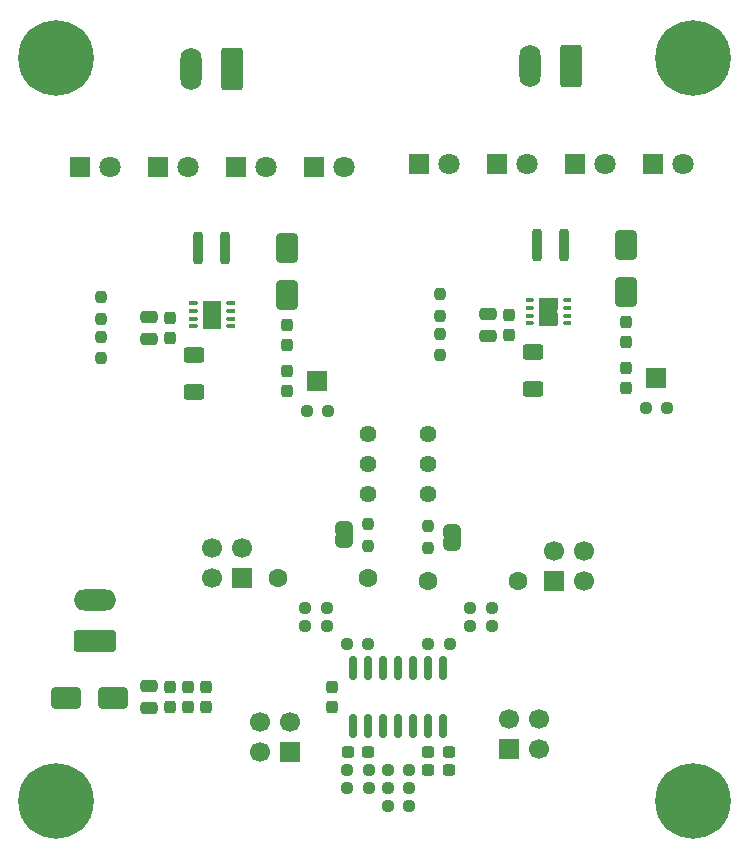
<source format=gbr>
%TF.GenerationSoftware,KiCad,Pcbnew,9.0.6*%
%TF.CreationDate,2026-01-06T23:31:54+01:00*%
%TF.ProjectId,uMule_transmiter,754d756c-655f-4747-9261-6e736d697465,rev?*%
%TF.SameCoordinates,Original*%
%TF.FileFunction,Soldermask,Top*%
%TF.FilePolarity,Negative*%
%FSLAX46Y46*%
G04 Gerber Fmt 4.6, Leading zero omitted, Abs format (unit mm)*
G04 Created by KiCad (PCBNEW 9.0.6) date 2026-01-06 23:31:54*
%MOMM*%
%LPD*%
G01*
G04 APERTURE LIST*
G04 Aperture macros list*
%AMRoundRect*
0 Rectangle with rounded corners*
0 $1 Rounding radius*
0 $2 $3 $4 $5 $6 $7 $8 $9 X,Y pos of 4 corners*
0 Add a 4 corners polygon primitive as box body*
4,1,4,$2,$3,$4,$5,$6,$7,$8,$9,$2,$3,0*
0 Add four circle primitives for the rounded corners*
1,1,$1+$1,$2,$3*
1,1,$1+$1,$4,$5*
1,1,$1+$1,$6,$7*
1,1,$1+$1,$8,$9*
0 Add four rect primitives between the rounded corners*
20,1,$1+$1,$2,$3,$4,$5,0*
20,1,$1+$1,$4,$5,$6,$7,0*
20,1,$1+$1,$6,$7,$8,$9,0*
20,1,$1+$1,$8,$9,$2,$3,0*%
%AMFreePoly0*
4,1,23,0.500000,-0.750000,0.000000,-0.750000,0.000000,-0.745722,-0.065263,-0.745722,-0.191342,-0.711940,-0.304381,-0.646677,-0.396677,-0.554381,-0.461940,-0.441342,-0.495722,-0.315263,-0.495722,-0.250000,-0.500000,-0.250000,-0.500000,0.250000,-0.495722,0.250000,-0.495722,0.315263,-0.461940,0.441342,-0.396677,0.554381,-0.304381,0.646677,-0.191342,0.711940,-0.065263,0.745722,0.000000,0.745722,
0.000000,0.750000,0.500000,0.750000,0.500000,-0.750000,0.500000,-0.750000,$1*%
%AMFreePoly1*
4,1,23,0.000000,0.745722,0.065263,0.745722,0.191342,0.711940,0.304381,0.646677,0.396677,0.554381,0.461940,0.441342,0.495722,0.315263,0.495722,0.250000,0.500000,0.250000,0.500000,-0.250000,0.495722,-0.250000,0.495722,-0.315263,0.461940,-0.441342,0.396677,-0.554381,0.304381,-0.646677,0.191342,-0.711940,0.065263,-0.745722,0.000000,-0.745722,0.000000,-0.750000,-0.500000,-0.750000,
-0.500000,0.750000,0.000000,0.750000,0.000000,0.745722,0.000000,0.745722,$1*%
G04 Aperture macros list end*
%ADD10RoundRect,0.237500X-0.237500X0.300000X-0.237500X-0.300000X0.237500X-0.300000X0.237500X0.300000X0*%
%ADD11RoundRect,0.237500X0.250000X0.237500X-0.250000X0.237500X-0.250000X-0.237500X0.250000X-0.237500X0*%
%ADD12RoundRect,0.237500X-0.250000X-0.237500X0.250000X-0.237500X0.250000X0.237500X-0.250000X0.237500X0*%
%ADD13RoundRect,0.250000X1.550000X-0.650000X1.550000X0.650000X-1.550000X0.650000X-1.550000X-0.650000X0*%
%ADD14O,3.600000X1.800000*%
%ADD15RoundRect,0.237500X-0.237500X0.250000X-0.237500X-0.250000X0.237500X-0.250000X0.237500X0.250000X0*%
%ADD16RoundRect,0.250000X-0.625000X0.400000X-0.625000X-0.400000X0.625000X-0.400000X0.625000X0.400000X0*%
%ADD17C,0.800000*%
%ADD18C,6.400000*%
%ADD19C,1.440000*%
%ADD20R,1.700000X1.700000*%
%ADD21C,1.700000*%
%ADD22RoundRect,0.150000X0.150000X-0.825000X0.150000X0.825000X-0.150000X0.825000X-0.150000X-0.825000X0*%
%ADD23R,1.800000X1.800000*%
%ADD24C,1.800000*%
%ADD25RoundRect,0.237500X0.237500X-0.300000X0.237500X0.300000X-0.237500X0.300000X-0.237500X-0.300000X0*%
%ADD26RoundRect,0.237500X0.300000X0.237500X-0.300000X0.237500X-0.300000X-0.237500X0.300000X-0.237500X0*%
%ADD27RoundRect,0.250000X0.650000X-1.000000X0.650000X1.000000X-0.650000X1.000000X-0.650000X-1.000000X0*%
%ADD28C,1.600000*%
%ADD29RoundRect,0.250000X0.650000X1.550000X-0.650000X1.550000X-0.650000X-1.550000X0.650000X-1.550000X0*%
%ADD30O,1.800000X3.600000*%
%ADD31RoundRect,0.200000X-0.200000X-1.150000X0.200000X-1.150000X0.200000X1.150000X-0.200000X1.150000X0*%
%ADD32RoundRect,0.250000X1.000000X0.650000X-1.000000X0.650000X-1.000000X-0.650000X1.000000X-0.650000X0*%
%ADD33RoundRect,0.250000X-0.475000X0.250000X-0.475000X-0.250000X0.475000X-0.250000X0.475000X0.250000X0*%
%ADD34RoundRect,0.237500X-0.300000X-0.237500X0.300000X-0.237500X0.300000X0.237500X-0.300000X0.237500X0*%
%ADD35FreePoly0,270.000000*%
%ADD36FreePoly1,270.000000*%
%ADD37R,0.300000X0.400000*%
%ADD38O,0.650000X0.400000*%
%ADD39R,0.650000X1.000000*%
%ADD40R,1.650000X2.400000*%
%ADD41RoundRect,0.250000X0.475000X-0.250000X0.475000X0.250000X-0.475000X0.250000X-0.475000X-0.250000X0*%
G04 APERTURE END LIST*
%TO.C,JP2*%
G36*
X155690000Y-114800000D02*
G01*
X154190000Y-114800000D01*
X154190000Y-115100000D01*
X155690000Y-115100000D01*
X155690000Y-114800000D01*
G37*
%TO.C,JP1*%
G36*
X164834000Y-115015500D02*
G01*
X163334000Y-115015500D01*
X163334000Y-115315500D01*
X164834000Y-115315500D01*
X164834000Y-115015500D01*
G37*
%TD*%
D10*
%TO.C,C5*%
X150114000Y-97181500D03*
X150114000Y-98906500D03*
%TD*%
D11*
%TO.C,R14*%
X167433000Y-121158000D03*
X165608000Y-121158000D03*
%TD*%
D12*
%TO.C,R23*%
X151638000Y-121158000D03*
X153463000Y-121158000D03*
%TD*%
D11*
%TO.C,R12*%
X167433000Y-122682000D03*
X165608000Y-122682000D03*
%TD*%
D13*
%TO.C,J9*%
X133858000Y-123952000D03*
D14*
X133858000Y-120452000D03*
%TD*%
D15*
%TO.C,R11*%
X162052000Y-114253000D03*
X162052000Y-116078000D03*
%TD*%
%TO.C,R21*%
X156972000Y-114046000D03*
X156972000Y-115871000D03*
%TD*%
D16*
%TO.C,R4*%
X170942000Y-99516000D03*
X170942000Y-102616000D03*
%TD*%
D17*
%TO.C,H1*%
X128100000Y-74620000D03*
X128802944Y-72922944D03*
X128802944Y-76317056D03*
X130500000Y-72220000D03*
D18*
X130500000Y-74620000D03*
D17*
X130500000Y-77020000D03*
X132197056Y-72922944D03*
X132197056Y-76317056D03*
X132900000Y-74620000D03*
%TD*%
D15*
%TO.C,R2*%
X163068000Y-97940500D03*
X163068000Y-99765500D03*
%TD*%
D19*
%TO.C,RV2*%
X156972000Y-106426000D03*
X156972000Y-108966000D03*
X156972000Y-111506000D03*
%TD*%
D10*
%TO.C,C7*%
X140208000Y-96607500D03*
X140208000Y-98332500D03*
%TD*%
D20*
%TO.C,J7*%
X168910000Y-133096000D03*
D21*
X168910000Y-130556000D03*
X171450000Y-133096000D03*
X171450000Y-130556000D03*
%TD*%
D22*
%TO.C,U3*%
X155702000Y-131188000D03*
X156972000Y-131188000D03*
X158242000Y-131188000D03*
X159512000Y-131188000D03*
X160782000Y-131188000D03*
X162052000Y-131188000D03*
X163322000Y-131188000D03*
X163322000Y-126238000D03*
X162052000Y-126238000D03*
X160782000Y-126238000D03*
X159512000Y-126238000D03*
X158242000Y-126238000D03*
X156972000Y-126238000D03*
X155702000Y-126238000D03*
%TD*%
D23*
%TO.C,D10*%
X132588000Y-83820000D03*
D24*
X135128000Y-83820000D03*
%TD*%
D12*
%TO.C,R19*%
X155197000Y-134874000D03*
X157022000Y-134874000D03*
%TD*%
D25*
%TO.C,C14*%
X140208000Y-129540000D03*
X140208000Y-127815000D03*
%TD*%
D12*
%TO.C,R10*%
X162052000Y-124206000D03*
X163877000Y-124206000D03*
%TD*%
D11*
%TO.C,R13*%
X160424500Y-137922000D03*
X158599500Y-137922000D03*
%TD*%
D19*
%TO.C,RV1*%
X162052000Y-106426000D03*
X162052000Y-108966000D03*
X162052000Y-111506000D03*
%TD*%
D11*
%TO.C,R1*%
X182268500Y-104240500D03*
X180443500Y-104240500D03*
%TD*%
D10*
%TO.C,C1*%
X178816000Y-96927500D03*
X178816000Y-98652500D03*
%TD*%
D26*
%TO.C,C9*%
X156972000Y-133350000D03*
X155247000Y-133350000D03*
%TD*%
D27*
%TO.C,D1*%
X178816000Y-94424000D03*
X178816000Y-90424000D03*
%TD*%
D20*
%TO.C,J4*%
X152654000Y-101954500D03*
%TD*%
D28*
%TO.C,R16*%
X156972000Y-118618000D03*
X149352000Y-118618000D03*
%TD*%
D25*
%TO.C,C16*%
X143256000Y-129540000D03*
X143256000Y-127815000D03*
%TD*%
D17*
%TO.C,H3*%
X182069126Y-137479126D03*
X182772070Y-135782070D03*
X182772070Y-139176182D03*
X184469126Y-135079126D03*
D18*
X184469126Y-137479126D03*
D17*
X184469126Y-139879126D03*
X186166182Y-135782070D03*
X186166182Y-139176182D03*
X186869126Y-137479126D03*
%TD*%
D23*
%TO.C,D7*%
X152400000Y-83820000D03*
D24*
X154940000Y-83820000D03*
%TD*%
D12*
%TO.C,R20*%
X158599500Y-134874000D03*
X160424500Y-134874000D03*
%TD*%
%TO.C,R15*%
X158599500Y-136398000D03*
X160424500Y-136398000D03*
%TD*%
D15*
%TO.C,R6*%
X134366000Y-98194500D03*
X134366000Y-100019500D03*
%TD*%
D23*
%TO.C,D8*%
X145796000Y-83820000D03*
D24*
X148336000Y-83820000D03*
%TD*%
D12*
%TO.C,R22*%
X151638000Y-122682000D03*
X153463000Y-122682000D03*
%TD*%
D11*
%TO.C,R18*%
X156972000Y-124206000D03*
X155147000Y-124206000D03*
%TD*%
D29*
%TO.C,J3*%
X145422500Y-75557500D03*
D30*
X141922500Y-75557500D03*
%TD*%
D25*
%TO.C,C15*%
X141732000Y-129540000D03*
X141732000Y-127815000D03*
%TD*%
D31*
%TO.C,L1*%
X171242000Y-90424000D03*
X173542000Y-90424000D03*
%TD*%
D32*
%TO.C,D11*%
X135350000Y-128778000D03*
X131350000Y-128778000D03*
%TD*%
D25*
%TO.C,C4*%
X178816000Y-102563000D03*
X178816000Y-100838000D03*
%TD*%
D23*
%TO.C,D9*%
X139192000Y-83820000D03*
D24*
X141732000Y-83820000D03*
%TD*%
D31*
%TO.C,L2*%
X142540000Y-90678000D03*
X144840000Y-90678000D03*
%TD*%
D20*
%TO.C,J6*%
X172720000Y-118872000D03*
D21*
X172720000Y-116332000D03*
X175260000Y-118872000D03*
X175260000Y-116332000D03*
%TD*%
D33*
%TO.C,C2*%
X167132000Y-96266000D03*
X167132000Y-98166000D03*
%TD*%
D23*
%TO.C,D4*%
X167894000Y-83566000D03*
D24*
X170434000Y-83566000D03*
%TD*%
D15*
%TO.C,R3*%
X163068000Y-94591500D03*
X163068000Y-96416500D03*
%TD*%
D12*
%TO.C,R17*%
X155197000Y-136398000D03*
X157022000Y-136398000D03*
%TD*%
D23*
%TO.C,D2*%
X181102000Y-83566000D03*
D24*
X183642000Y-83566000D03*
%TD*%
D25*
%TO.C,C12*%
X153924000Y-129575500D03*
X153924000Y-127850500D03*
%TD*%
D34*
%TO.C,C10*%
X162052000Y-134874000D03*
X163777000Y-134874000D03*
%TD*%
D33*
%TO.C,C6*%
X138430000Y-96520000D03*
X138430000Y-98420000D03*
%TD*%
D35*
%TO.C,JP2*%
X154940000Y-114300000D03*
D36*
X154940000Y-115600000D03*
%TD*%
D23*
%TO.C,D3*%
X174498000Y-83566000D03*
D24*
X177038000Y-83566000D03*
%TD*%
D20*
%TO.C,J2*%
X181356000Y-101700500D03*
%TD*%
D10*
%TO.C,C3*%
X168910000Y-96353500D03*
X168910000Y-98078500D03*
%TD*%
D16*
%TO.C,R8*%
X142240000Y-99770000D03*
X142240000Y-102870000D03*
%TD*%
D34*
%TO.C,C11*%
X162052000Y-133350000D03*
X163777000Y-133350000D03*
%TD*%
D25*
%TO.C,C8*%
X150114000Y-102817000D03*
X150114000Y-101092000D03*
%TD*%
D11*
%TO.C,R5*%
X153566500Y-104494500D03*
X151741500Y-104494500D03*
%TD*%
D15*
%TO.C,R7*%
X134366000Y-94845500D03*
X134366000Y-96670500D03*
%TD*%
D37*
%TO.C,U2*%
X141988000Y-95362000D03*
D38*
X142188000Y-95362000D03*
D37*
X141988000Y-96012000D03*
D38*
X142188000Y-96012000D03*
D37*
X141988000Y-96662000D03*
D38*
X142188000Y-96662000D03*
D37*
X141988000Y-97312000D03*
D38*
X142188000Y-97312000D03*
X145288000Y-97312000D03*
D37*
X145488000Y-97312000D03*
D38*
X145288000Y-96662000D03*
D37*
X145488000Y-96662000D03*
D38*
X145288000Y-96012000D03*
D37*
X145488000Y-96012000D03*
D38*
X145288000Y-95362000D03*
D37*
X145488000Y-95362000D03*
D39*
X143288000Y-95712000D03*
X143288000Y-96962000D03*
D40*
X143738000Y-96337000D03*
D39*
X144188000Y-95712000D03*
X144188000Y-96962000D03*
%TD*%
D27*
%TO.C,D6*%
X150114000Y-94678000D03*
X150114000Y-90678000D03*
%TD*%
D28*
%TO.C,R9*%
X162052000Y-118872000D03*
X169672000Y-118872000D03*
%TD*%
D35*
%TO.C,JP1*%
X164084000Y-114515500D03*
D36*
X164084000Y-115815500D03*
%TD*%
D17*
%TO.C,H2*%
X182060000Y-74620000D03*
X182762944Y-72922944D03*
X182762944Y-76317056D03*
X184460000Y-72220000D03*
D18*
X184460000Y-74620000D03*
D17*
X184460000Y-77020000D03*
X186157056Y-72922944D03*
X186157056Y-76317056D03*
X186860000Y-74620000D03*
%TD*%
D41*
%TO.C,C13*%
X138430000Y-129627500D03*
X138430000Y-127727500D03*
%TD*%
D17*
%TO.C,H4*%
X128090874Y-137479126D03*
X128793818Y-135782070D03*
X128793818Y-139176182D03*
X130490874Y-135079126D03*
D18*
X130490874Y-137479126D03*
D17*
X130490874Y-139879126D03*
X132187930Y-135782070D03*
X132187930Y-139176182D03*
X132890874Y-137479126D03*
%TD*%
D37*
%TO.C,U1*%
X170462000Y-95108000D03*
D38*
X170662000Y-95108000D03*
D37*
X170462000Y-95758000D03*
D38*
X170662000Y-95758000D03*
D37*
X170462000Y-96408000D03*
D38*
X170662000Y-96408000D03*
D37*
X170462000Y-97058000D03*
D38*
X170662000Y-97058000D03*
X173762000Y-97058000D03*
D37*
X173962000Y-97058000D03*
D38*
X173762000Y-96408000D03*
D37*
X173962000Y-96408000D03*
D38*
X173762000Y-95758000D03*
D37*
X173962000Y-95758000D03*
D38*
X173762000Y-95108000D03*
D37*
X173962000Y-95108000D03*
D39*
X171762000Y-95458000D03*
X171762000Y-96708000D03*
D40*
X172212000Y-96083000D03*
D39*
X172662000Y-95458000D03*
X172662000Y-96708000D03*
%TD*%
D29*
%TO.C,J1*%
X174124500Y-75303500D03*
D30*
X170624500Y-75303500D03*
%TD*%
D23*
%TO.C,D5*%
X161290000Y-83566000D03*
D24*
X163830000Y-83566000D03*
%TD*%
D20*
%TO.C,J5*%
X150368000Y-133350000D03*
D21*
X150368000Y-130810000D03*
X147828000Y-133350000D03*
X147828000Y-130810000D03*
%TD*%
D20*
%TO.C,J8*%
X146304000Y-118618000D03*
D21*
X146304000Y-116078000D03*
X143764000Y-118618000D03*
X143764000Y-116078000D03*
%TD*%
M02*

</source>
